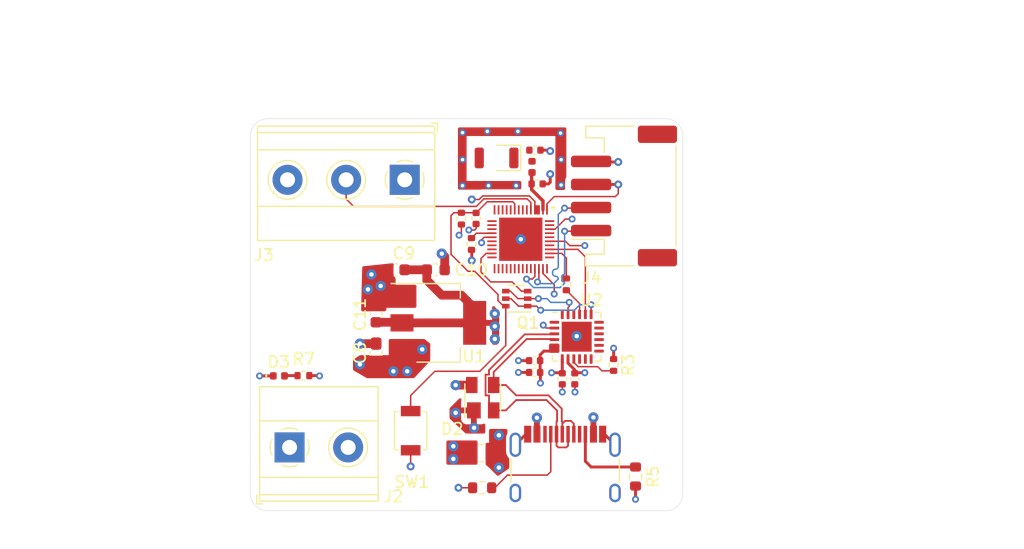
<source format=kicad_pcb>
(kicad_pcb (version 20211014) (generator pcbnew)
  (layers (0 "F.Cu" signal "Front") (1 "In1.Cu" power) (2 "In2.Cu" power) (31 "B.Cu" signal "Back") (34 "B.Paste" user) (35 "F.Paste" user) (36 "B.SilkS" user "B.Silkscreen") (37 "F.SilkS" user "F.Silkscreen") (38 "B.Mask" user) (39 "F.Mask" user) (44 "Edge.Cuts" user))
  (net 0 "")
  (net 1 "Net-(A1-Pad1)")
  (net 3 "GND")
  (net 4 "/ESP32-U4WDH/ANTENNA")
  (net 5 "EN")
  (net 6 "+3.3VA")
  (net 7 "HIGH_POWER_5V")
  (net 8 "D-")
  (net 9 "D+")
  (net 10 "Net-(D3-Pad2)")
  (net 11 "GPIO36")
  (net 23 "Net-(IC1-Pad18)")
  (net 27 "GPIO0")
  (net 39 "SCL")
  (net 40 "SDA")
  (net 43 "U0RXD")
  (net 44 "U0TXD")
  (net 50 "Net-(J1-PadB5)")
  (net 52 "Net-(J1-PadA5)")
  (net 54 "/USB to UART /RTS")
  (net 55 "/USB to UART /DTR")
  (net 56 "Net-(R3-Pad2)")
  (net 57 "Net-(R4-Pad1)")
  (net 70 "Net-(J1-PadA4)")
  (footprint "TerminalBlock_Phoenix:TerminalBlock_Phoenix_MKDS-1,5-2-5.08_1x02_P5.08mm_Horizontal" (layer "F.Cu") (at 121.4 102.5)
    (fp_text reference "J2")
    (fp_text value "Screw_Terminal_01x02")
  )
  (footprint "Capacitor_SMD:C_0402_1005Metric" (layer "F.Cu") (at 142.675 76.725)
    (fp_text reference "C1" hide)
    (fp_text value "8pF")
  )
  (footprint "Capacitor_SMD:C_0402_1005Metric" (layer "F.Cu") (at 146.13 96.55 -90)
    (fp_text reference "C5" hide)
    (fp_text value "4.7uF")
  )
  (footprint "RF_Antenna:YAGEO_ANT3216LL00R2400A" (layer "F.Cu") (at 139.35 77.4 180)
    (fp_text reference "A1" hide)
    (fp_text value "YAGEO_ANT3216LL00R2400A")
  )
  (footprint "Package_DFN_QFN:QFN-24-1EP_4x4mm_P0.5mm_EP2.6x2.6mm" (layer "F.Cu") (at 146.3 92.9)
    (fp_text reference "U2")
    (fp_text value "CP2102N-Axx-xQFN24")
  )
  (footprint "Button_Switch_SMD:SW_SPST_B3U-1000P" (layer "F.Cu") (at 131.9 101.05 -90)
    (fp_text reference "SW1")
    (fp_text value "SW_Push")
  )
  (footprint "Capacitor_SMD:C_0603_1608Metric" (layer "F.Cu") (at 130.598933 87.1 180)
    (fp_text reference "C9")
    (fp_text value "10uF")
  )
  (footprint "Package_TO_SOT_SMD:SOT-223-3_TabPin2" (layer "F.Cu") (at 134.3 91.7)
    (fp_text reference "U1")
    (fp_text value "AMS1117-3.3")
  )
  (footprint "Package_TO_SOT_SMD:SOT-143" (layer "F.Cu") (at 138.15 98.19 90)
    (fp_text reference "D2")
    (fp_text value "SP0503BAHT")
  )
  (footprint "Resistor_SMD:R_0402_1005Metric" (layer "F.Cu") (at 136.298933 82.661059 90)
    (fp_text reference "R1" hide)
    (fp_text value "10K")
  )
  (footprint "Resistor_SMD:R_0805_2012Metric_Pad1.20x1.40mm_HandSolder" (layer "F.Cu") (at 138 103 180)
    (fp_text reference "R8" hide)
    (fp_text value "0R")
  )
  (footprint "Connector_JST:JST_PH_S4B-PH-SM4-TB_1x04-1MP_P2.00mm_Horizontal" (layer "F.Cu") (at 150.4 80.7 90)
    (fp_text reference "J4")
    (fp_text value "JST-PH-4")
  )
  (footprint "Capacitor_SMD:C_0402_1005Metric" (layer "F.Cu") (at 137.573933 82.646059 -90)
    (fp_text reference "C3" hide)
    (fp_text value "10uF")
  )
  (footprint "Connector_USB:USB_C_Receptacle_HRO_TYPE-C-31-M-12" (layer "F.Cu") (at 145.3 105.4)
    (fp_text reference "J1" hide)
    (fp_text value "USB_C_Receptacle_USB2.0")
  )
  (footprint "Resistor_SMD:R_0402_1005Metric" (layer "F.Cu") (at 137.175 84.86 -90)
    (fp_text reference "R2" hide)
    (fp_text value "10K(5%)")
  )
  (footprint "MountingHole:MountingHole_3.2mm_M3_DIN965" (layer "F.Cu") (at 152 91)
    (fp_text reference "H2" hide)
    (fp_text value "MountingHole")
  )
  (footprint "ESP32-U4WDH:QFN35P500X500X90-49N-D" (layer "F.Cu") (at 141.448933 84.451059 -90)
    (fp_text reference "IC1" hide)
    (fp_text value "ESP32-U4WDH" hide)
  )
  (footprint "Capacitor_SMD:C_0603_1608Metric" (layer "F.Cu") (at 134.075 87.1)
    (fp_text reference "C10")
    (fp_text value "10uF/6.3V(10%)")
  )
  (footprint "Capacitor_SMD:C_0603_1608Metric_Pad1.08x0.95mm_HandSolder" (layer "F.Cu") (at 128.9 94.3625 90)
    (fp_text reference "C8")
    (fp_text value "10uF")
  )
  (footprint "Resistor_SMD:R_0603_1608Metric" (layer "F.Cu") (at 138.1 106 180)
    (fp_text reference "R6" hide)
    (fp_text value "5.11K")
  )
  (footprint "Capacitor_SMD:C_0402_1005Metric" (layer "F.Cu") (at 145.05 96.55 -90)
    (fp_text reference "C4" hide)
    (fp_text value "4.7uF")
  )
  (footprint "Capacitor_SMD:C_0402_1005Metric" (layer "F.Cu") (at 142.65 94.975 180)
    (fp_text reference "C7" hide)
    (fp_text value "0.1uF")
  )
  (footprint "Resistor_SMD:R_0603_1608Metric" (layer "F.Cu") (at 151.4 105.025 -90)
    (fp_text reference "R5")
    (fp_text value "5.11K")
  )
  (footprint "Capacitor_SMD:C_0402_1005Metric" (layer "F.Cu") (at 142.65 96 180)
    (fp_text reference "C6" hide)
    (fp_text value "0.1uF")
  )
  (footprint "Resistor_SMD:R_0402_1005Metric" (layer "F.Cu") (at 122.6 96.275 180)
    (fp_text reference "R7")
    (fp_text value "200")
  )
  (footprint "Resistor_SMD:R_0402_1005Metric" (layer "F.Cu") (at 149.5 95.35 -90)
    (fp_text reference "R3")
    (fp_text value "2K")
  )
  (footprint "Inductor_SMD:L_0402_1005Metric" (layer "F.Cu") (at 142.425 78.175 -90)
    (fp_text reference "L1" hide)
    (fp_text value "1nH")
  )
  (footprint "Capacitor_SMD:C_0603_1608Metric" (layer "F.Cu") (at 128.9 90.875 90)
    (fp_text reference "C11")
    (fp_text value "0.1uF/25V(10%)")
  )
  (footprint "TerminalBlock_Phoenix:TerminalBlock_Phoenix_MKDS-1,5-3-5.08_1x03_P5.08mm_Horizontal" (layer "F.Cu") (at 131.385 79.295 180)
    (fp_text reference "J3")
    (fp_text value "Screw_Terminal_01x03")
  )
  (footprint "Resistor_SMD:R_0402_1005Metric" (layer "F.Cu") (at 145.4 88.36 90)
    (fp_text reference "R4" hide)
    (fp_text value "499R(1%)")
  )
  (footprint "MountingHole:MountingHole_3.2mm_M3_DIN965" (layer "F.Cu") (at 121.5 90.9)
    (fp_text reference "H1" hide)
    (fp_text value "MountingHole")
  )
  (footprint "LED_SMD:LED_0402_1005Metric" (layer "F.Cu") (at 120.475 96.3)
    (fp_text reference "D3")
    (fp_text value "LED")
  )
  (footprint "Capacitor_SMD:C_0402_1005Metric" (layer "F.Cu") (at 142.87 79.65)
    (fp_text reference "C2" hide)
    (fp_text value "10pF")
  )
  (footprint "Package_TO_SOT_SMD:SOT-363_SC-70-6" (layer "F.Cu") (at 141.1 89.6 180)
    (fp_text reference "Q1")
    (fp_text value "MUN5211DW1")
  )
  (gr_arc (start 154 74) (mid 155.06066 74.43934) (end 155.5 75.5) (layer "Edge.Cuts") (width 0.0381))
  (gr_line (start 118 75.5) (end 118 106.5) (layer "Edge.Cuts") (width 0.0381))
  (gr_line (start 119.5 74) (end 154 74) (layer "Edge.Cuts") (width 0.0381))
  (gr_arc (start 155.5 106.5) (mid 155.06066 107.56066) (end 154 108) (layer "Edge.Cuts") (width 0.0381))
  (gr_arc (start 119.5 108) (mid 118.43934 107.56066) (end 118 106.5) (layer "Edge.Cuts") (width 0.0381))
  (gr_arc (start 118 75.5) (mid 118.43934 74.43934) (end 119.5 74) (layer "Edge.Cuts") (width 0.0381))
  (gr_line (start 119.5 108) (end 154 108) (layer "Edge.Cuts") (width 0.0381))
  (gr_line (start 155.5 106.5) (end 155.5 75.5) (layer "Edge.Cuts") (width 0.0381))
  (segment (start 142.2 76.75) (end 142.22 76.77) (width 0.29337) (layer "F.Cu") (net 1))
  (segment (start 137.2 85.395) (end 137.175 85.37) (width 0.254) (layer "F.Cu") (net 3))
  (segment (start 143.925 76.725) (end 144 76.8) (width 0.261112) (layer "F.Cu") (net 3))
  (segment (start 137.45 83.65) (end 136.95 83.65) (width 0.127) (layer "F.Cu") (net 3))
  (segment (start 148.705 101.355) (end 149.62 102.27) (width 0.254) (layer "F.Cu") (net 3))
  (segment (start 141.449992 84.45) (end 141.448933 84.451059) (width 0.127) (layer "F.Cu") (net 3))
  (segment (start 137.2 86.3) (end 137.2 85.395) (width 0.254) (layer "F.Cu") (net 3))
  (segment (start 142.05 101.355) (end 141.895 101.355) (width 0.254) (layer "F.Cu") (net 3))
  (segment (start 143.65 92.15) (end 144.3625 92.15) (width 0.127) (layer "F.Cu") (net 3))
  (segment (start 141.25 96) (end 142.17 96) (width 0.254) (layer "F.Cu") (net 3))
  (segment (start 144 78.8) (end 144 79.5) (width 0.261112) (layer "F.Cu") (net 3))
  (segment (start 143.155 76.725) (end 143.925 76.725) (width 0.261112) (layer "F.Cu") (net 3))
  (segment (start 134.85 87.1) (end 134.85 85.95) (width 0.762) (layer "F.Cu") (net 3))
  (segment (start 136.05 106) (end 137.275 106) (width 0.127) (layer "F.Cu") (net 3))
  (segment (start 149.9 77.75) (end 147.6 77.75) (width 0.254) (layer "F.Cu") (net 3))
  (segment (start 148.55 101.355) (end 148.705 101.355) (width 0.254) (layer "F.Cu") (net 3))
  (segment (start 137.573933 83.526067) (end 137.573933 83.126059) (width 0.127) (layer "F.Cu") (net 3))
  (segment (start 146.3 92.85) (end 146.3 92.9) (width 0.127) (layer "F.Cu") (net 3))
  (segment (start 144 79.5) (end 143.85 79.65) (width 0.261112) (layer "F.Cu") (net 3))
  (segment (start 134.85 85.95) (end 134.6 85.7) (width 0.762) (layer "F.Cu") (net 3))
  (segment (start 143.85 79.65) (end 143.35 79.65) (width 0.261112) (layer "F.Cu") (net 3))
  (segment (start 141.25 94.975) (end 142.17 94.975) (width 0.254) (layer "F.Cu") (net 3))
  (segment (start 147.6 77.75) (end 147.55 77.7) (width 0.254) (layer "F.Cu") (net 3))
  (segment (start 151.4 107) (end 151.4 105.85) (width 0.254) (layer "F.Cu") (net 3))
  (segment (start 141.895 101.355) (end 140.98 102.27) (width 0.254) (layer "F.Cu") (net 3))
  (segment (start 119.99 96.3) (end 118.8 96.3) (width 0.254) (layer "F.Cu") (net 3))
  (segment (start 137.573933 83.526067) (end 137.45 83.65) (width 0.127) (layer "F.Cu") (net 3))
  (segment (start 146.15 97.7) (end 146.15 97.05) (width 0.127) (layer "F.Cu") (net 3))
  (segment (start 146.15 97.05) (end 146.13 97.03) (width 0.127) (layer "F.Cu") (net 3))
  (segment (start 145.05 97.7) (end 145.05 97.03) (width 0.127) (layer "F.Cu") (net 3))
  (segment (start 141.45 84.45) (end 141.449992 84.45) (width 0.127) (layer "F.Cu") (net 3))
  (segment (start 128.9 93.5) (end 127.5 93.5) (width 0.762) (layer "F.Cu") (net 3))
  (segment (start 131.9 104.15) (end 131.9 102.75) (width 0.127) (layer "F.Cu") (net 3))
  (segment (start 143.4 91.9) (end 143.65 92.15) (width 0.127) (layer "F.Cu") (net 3))
  (via (at 129.3 88.5) (size 0.889) (drill 0.381) (layers "F.Cu" "B.Cu") (net 3))
  (via (at 128.5 87.5) (size 0.889) (drill 0.381) (layers "F.Cu" "B.Cu") (net 3))
  (via (at 128.2 88.8) (size 0.889) (drill 0.381) (layers "F.Cu" "B.Cu") (net 3))
  (via (at 118.8 96.3) (size 0.6) (drill 0.3) (layers "F.Cu" "B.Cu") (net 3))
  (via (at 138.55 75.1) (size 0.6) (drill 0.3) (layers "F.Cu" "B.Cu") (net 3))
  (via (at 137.4 100.8) (size 0.889) (drill 0.381) (layers "F.Cu" "B.Cu") (net 3))
  (via (at 146.3 92.85) (size 0.889) (drill 0.381) (layers "F.Cu" "B.Cu") (net 3))
  (via (at 131.9 104.15) (size 0.6858) (drill 0.3302) (layers "F.Cu" "B.Cu") (net 3))
  (via (at 141.45 84.45) (size 0.889) (drill 0.381) (layers "F.Cu" "B.Cu") (net 3))
  (via (at 145.05 97.7) (size 0.6) (drill 0.3) (layers "F.Cu" "B.Cu") (net 3))
  (via (at 136.95 83.65) (size 0.6) (drill 0.3) (layers "F.Cu" "B.Cu") (net 3))
  (via (at 138.65 79.8) (size 0.6) (drill 0.3) (layers "F.Cu" "B.Cu") (net 3))
  (via (at 136.4 77.55) (size 0.6) (drill 0.3) (layers "F.Cu" "B.Cu") (net 3))
  (via (at 144.9 75.25) (size 0.6) (drill 0.3) (layers "F.Cu" "B.Cu") (net 3))
  (via (at 144 76.8) (size 0.6858) (drill 0.3302) (layers "F.Cu" "B.Cu") (net 3))
  (via (at 141.25 94.975) (size 0.6) (drill 0.3) (layers "F.Cu" "B.Cu") (net 3))
  (via (at 144.95 79.75) (size 0.6) (drill 0.3) (layers "F.Cu" "B.Cu") (net 3))
  (via (at 143.4 91.9) (size 0.6) (drill 0.3) (layers "F.Cu" "B.Cu") (net 3))
  (via (at 149.9 77.75) (size 0.6858) (drill 0.3302) (layers "F.Cu" "B.Cu") (net 3))
  (via (at 134.6 85.7) (size 0.889) (drill 0.381) (layers "F.Cu" "B.Cu") (net 3))
  (via (at 127.5 93.5) (size 0.889) (drill 0.381) (layers "F.Cu" "B.Cu") (net 3))
  (via (at 137.2 86.3) (size 0.6858) (drill 0.3302) (layers "F.Cu" "B.Cu") (net 3))
  (via (at 135.8 99.5) (size 0.889) (drill 0.381) (layers "F.Cu" "B.Cu") (net 3))
  (via (at 144.95 77.55) (size 0.6) (drill 0.3) (layers "F.Cu" "B.Cu") (net 3))
  (via (at 141.2 75.1) (size 0.6) (drill 0.3) (layers "F.Cu" "B.Cu") (net 3))
  (via (at 144 78.8) (size 0.6858) (drill 0.3302) (layers "F.Cu" "B.Cu") (net 3))
  (via (at 146.15 97.7) (size 0.6) (drill 0.3) (layers "F.Cu" "B.Cu") (net 3))
  (via (at 136.05 106) (size 0.6858) (drill 0.3302) (layers "F.Cu" "B.Cu") (net 3))
  (via (at 141.05 79.8) (size 0.6) (drill 0.3) (layers "F.Cu" "B.Cu") (net 3))
  (via (at 136.4 79.8) (size 0.6) (drill 0.3) (layers "F.Cu" "B.Cu") (net 3))
  (via (at 151.4 107) (size 0.6) (drill 0.3) (layers "F.Cu" "B.Cu") (net 3))
  (via (at 141.25 96) (size 0.6) (drill 0.3) (layers "F.Cu" "B.Cu") (net 3))
  (via (at 136.4 75.2) (size 0.6) (drill 0.3) (layers "F.Cu" "B.Cu") (net 3))
  (segment (start 142.39 78.695) (end 142.425 78.66) (width 0.29337) (layer "F.Cu") (net 4))
  (segment (start 142.39 79.65) (end 142.39 80.14) (width 0.29337) (layer "F.Cu") (net 4))
  (segment (start 142.39 80.14) (end 143.373933 81.123933) (width 0.29337) (layer "F.Cu") (net 4))
  (segment (start 143.373933 81.123933) (end 143.373933 81.901059) (width 0.29337) (layer "F.Cu") (net 4))
  (segment (start 142.39 79.65) (end 142.39 78.695) (width 0.29337) (layer "F.Cu") (net 4))
  (segment (start 137.573933 82.166059) (end 138.539992 81.2) (width 0.127) (layer "F.Cu") (net 5))
  (segment (start 131.9 98) (end 134 95.9) (width 0.127) (layer "F.Cu") (net 5))
  (segment (start 135.4 82.4) (end 135.4 85.755022) (width 0.127) (layer "F.Cu") (net 5))
  (segment (start 131.9 99.35) (end 131.9 98) (width 0.127) (layer "F.Cu") (net 5))
  (segment (start 136.298933 82.151059) (end 137.558933 82.151059) (width 0.127) (layer "F.Cu") (net 5))
  (segment (start 135.648941 82.151059) (end 135.4 82.4) (width 0.127) (layer "F.Cu") (net 5))
  (segment (start 137.558933 82.151059) (end 137.573933 82.166059) (width 0.127) (layer "F.Cu") (net 5))
  (segment (start 139.894978 90.25) (end 140.15 90.25) (width 0.127) (layer "F.Cu") (net 5))
  (segment (start 137.45 87.225) (end 139.475 89.25) (width 0.127) (layer "F.Cu") (net 5))
  (segment (start 136.869978 87.225) (end 137.45 87.225) (width 0.127) (layer "F.Cu") (net 5))
  (segment (start 140.75 81.2) (end 140.923933 81.373933) (width 0.127) (layer "F.Cu") (net 5))
  (segment (start 140.15 93.65) (end 140.15 90.25) (width 0.127) (layer "F.Cu") (net 5))
  (segment (start 136.298933 82.151059) (end 135.648941 82.151059) (width 0.127) (layer "F.Cu") (net 5))
  (segment (start 135.4 85.755022) (end 136.869978 87.225) (width 0.127) (layer "F.Cu") (net 5))
  (segment (start 140.923933 81.373933) (end 140.923933 81.901059) (width 0.127) (layer "F.Cu") (net 5))
  (segment (start 137.9 95.9) (end 140.15 93.65) (width 0.127) (layer "F.Cu") (net 5))
  (segment (start 139.475 89.25) (end 139.475 89.775) (width 0.127) (layer "F.Cu") (net 5))
  (segment (start 138.539992 81.2) (end 140.75 81.2) (width 0.127) (layer "F.Cu") (net 5))
  (segment (start 134 95.9) (end 137.9 95.9) (width 0.127) (layer "F.Cu") (net 5))
  (segment (start 139.475 89.775) (end 139.95 90.25) (width 0.127) (layer "F.Cu") (net 5))
  (segment (start 136.298933 83.901067) (end 136.1 84.1) (width 0.127) (layer "F.Cu") (net 6))
  (segment (start 137.45 90.45) (end 136.3 89.3) (width 0.762) (layer "F.Cu") (net 6))
  (segment (start 131.1 91.65) (end 131.15 91.7) (width 0.762) (layer "F.Cu") (net 6))
  (segment (start 142.19296 80.69296) (end 142.673933 81.173933) (width 0.127) (layer "F.Cu") (net 6))
  (segment (start 143.15 96.02) (end 143.13 96) (width 0.254) (layer "F.Cu") (net 6))
  (segment (start 145.3 82.7) (end 145.9 82.7) (width 0.127) (layer "F.Cu") (net 6))
  (segment (start 143.723933 81.376067) (end 144.35 80.75) (width 0.127) (layer "F.Cu") (net 6))
  (segment (start 143.948933 84.626059) (end 145.326059 84.626059) (width 0.127) (layer "F.Cu") (net 6))
  (segment (start 145.55 95.196919) (end 145.55 94.8375) (width 0.254) (layer "F.Cu") (net 6))
  (segment (start 128.9 91.65) (end 131.1 91.65) (width 0.762) (layer "F.Cu") (net 6))
  (segment (start 143.948933 83.576059) (end 144.423941 83.576059) (width 0.127) (layer "F.Cu") (net 6))
  (segment (start 145.005 96.025) (end 145.05 96.07) (width 0.254) (layer "F.Cu") (net 6))
  (segment (start 143.723933 81.901059) (end 143.723933 81.376067) (width 0.127) (layer "F.Cu") (net 6))
  (segment (start 137.2 81) (end 137.841468 81) (width 0.127) (layer "F.Cu") (net 6))
  (segment (start 144.35 80.75) (end 149.65 80.75) (width 0.127) (layer "F.Cu") (net 6))
  (segment (start 144.125 96.025) (end 145.005 96.025) (width 0.254) (layer "F.Cu") (net 6))
  (segment (start 138.05 84.5) (end 138.273941 84.276059) (width 0.127) (layer "F.Cu") (net 6))
  (segment (start 143.15 96.925) (end 143.15 96.02) (width 0.254) (layer "F.Cu") (net 6))
  (segment (start 149.5 94.84) (end 149.5 93.9) (width 0.254) (layer "F.Cu") (net 6))
  (segment (start 145.326059 84.626059) (end 145.7 85) (width 0.127) (layer "F.Cu") (net 6))
  (segment (start 149.9 79.7) (end 147.55 79.7) (width 0.254) (layer "F.Cu") (net 6))
  (segment (start 133.3 87.1) (end 131.373933 87.1) (width 0.762) (layer "F.Cu") (net 6))
  (segment (start 133.3 88) (end 133.3 87.1) (width 0.762) (layer "F.Cu") (net 6))
  (segment (start 146.13 96.07) (end 146.13 95.776919) (width 0.254) (layer "F.Cu") (net 6))
  (segment (start 144.423941 83.576059) (end 145.3 82.7) (width 0.127) (layer "F.Cu") (net 6))
  (segment (start 138.273941 84.276059) (end 138.948933 84.276059) (width 0.127) (layer "F.Cu") (net 6))
  (segment (start 144.35 89.2) (end 144.35 88.4) (width 0.127) (layer "F.Cu") (net 6))
  (segment (start 144.35 88.4) (end 143.373933 87.423933) (width 0.127) (layer "F.Cu") (net 6))
  (segment (start 138.148509 80.69296) (end 142.19296 80.69296) (width 0.127) (layer "F.Cu") (net 6))
  (segment (start 143.45 94.15) (end 144.3625 94.15) (width 0.254) (layer "F.Cu") (net 6))
  (segment (start 145.05 94.8375) (end 145.05 96.07) (width 0.254) (layer "F.Cu") (net 6))
  (segment (start 143.13 94.975) (end 143.13 94.47) (width 0.254) (layer "F.Cu") (net 6))
  (segment (start 134.6 89.3) (end 133.3 88) (width 0.762) (layer "F.Cu") (net 6))
  (segment (start 137.45 91.7) (end 137.45 90.45) (width 0.762) (layer "F.Cu") (net 6))
  (segment (start 146.13 95.776919) (end 145.55 95.196919) (width 0.254) (layer "F.Cu") (net 6))
  (segment (start 145.7 85) (end 147 85) (width 0.127) (layer "F.Cu") (net 6))
  (segment (start 143.373933 87.423933) (end 143.373933 87.001059) (width 0.127) (layer "F.Cu") (net 6))
  (segment (start 137.841468 81) (end 138.148509 80.69296) (width 0.127) (layer "F.Cu") (net 6))
  (segment (start 142.673933 81.173933) (end 142.673933 81.901059) (width 0.127) (layer "F.Cu") (net 6))
  (segment (start 149.65 80.75) (end 149.9 80.5) (width 0.127) (layer "F.Cu") (net 6))
  (segment (start 143.13 94.975) (end 143.13 96) (width 0.254) (layer "F.Cu") (net 6))
  (segment (start 143.13 94.47) (end 143.45 94.15) (width 0.254) (layer "F.Cu") (net 6))
  (segment (start 149.9 80.5) (end 149.9 79.7) (width 0.127) (layer "F.Cu") (net 6))
  (segment (start 146.175 96.025) (end 146.13 96.07) (width 0.254) (layer "F.Cu") (net 6))
  (segment (start 147 96.025) (end 146.175 96.025) (width 0.254) (layer "F.Cu") (net 6))
  (segment (start 137.45 91.7) (end 131.15 91.7) (width 0.762) (layer "F.Cu") (net 6))
  (segment (start 138.05 84.75) (end 138.05 84.5) (width 0.127) (layer "F.Cu") (net 6))
  (segment (start 136.3 89.3) (end 134.6 89.3) (width 0.762) (layer "F.Cu") (net 6))
  (segment (start 136.298933 83.171059) (end 136.298933 83.901067) (width 0.127) (layer "F.Cu") (net 6))
  (via (at 139.2 92) (size 0.889) (drill 0.381) (layers "F.Cu" "B.Cu") (net 6))
  (via (at 145.9 82.7) (size 0.6) (drill 0.3) (layers "F.Cu" "B.Cu") (net 6))
  (via (at 136.1 84.1) (size 0.6) (drill 0.3) (layers "F.Cu" "B.Cu") (net 6))
  (via (at 144.35 89.2) (size 0.6) (drill 0.3) (layers "F.Cu" "B.Cu") (net 6))
  (via (at 143.15 96.925) (size 0.6) (drill 0.3) (layers "F.Cu" "B.Cu") (net 6))
  (via (at 149.5 93.9) (size 0.6) (drill 0.3) (layers "F.Cu" "B.Cu") (net 6))
  (via (at 137.2 81) (size 0.6858) (drill 0.3302) (layers "F.Cu" "B.Cu") (net 6))
  (via (at 139.2 93.1) (size 0.889) (drill 0.381) (layers "F.Cu" "B.Cu") (net 6))
  (via (at 147 85) (size 0.6) (drill 0.3) (layers "F.Cu" "B.Cu") (net 6))
  (via (at 147 96.025) (size 0.6) (drill 0.3) (layers "F.Cu" "B.Cu") (net 6))
  (via (at 149.9 79.7) (size 0.6858) (drill 0.3302) (layers "F.Cu" "B.Cu") (net 6))
  (via (at 144.125 96.025) (size 0.6) (drill 0.3) (layers "F.Cu" "B.Cu") (net 6))
  (via (at 139.2 90.9) (size 0.889) (drill 0.381) (layers "F.Cu" "B.Cu") (net 6))
  (via (at 138.05 84.75) (size 0.6) (drill 0.3) (layers "F.Cu" "B.Cu") (net 6))
  (segment (start 135.8 97.1) (end 137.19 97.1) (width 0.762) (layer "F.Cu") (net 7))
  (segment (start 137.19 97.1) (end 137.2 97.09) (width 0.762) (layer "F.Cu") (net 7))
  (segment (start 123.11 96.275) (end 123.975 96.275) (width 0.254) (layer "F.Cu") (net 7))
  (segment (start 123.975 96.275) (end 124 96.3) (width 0.254) (layer "F.Cu") (net 7))
  (via (at 132.9 94) (size 0.889) (drill 0.381) (layers "F.Cu" "B.Cu") (net 7))
  (via (at 127.5 95.3) (size 0.889) (drill 0.381) (layers "F.Cu" "B.Cu") (net 7))
  (via (at 131.6 95.9) (size 0.889) (drill 0.381) (layers "F.Cu" "B.Cu") (net 7))
  (via (at 135.6 102.4) (size 0.889) (drill 0.381) (layers "F.Cu" "B.Cu") (net 7))
  (via (at 135.8 97.1) (size 0.889) (drill 0.381) (layers "F.Cu" "B.Cu") (net 7))
  (via (at 135.6 103.5) (size 0.889) (drill 0.381) (layers "F.Cu" "B.Cu") (net 7))
  (via (at 124 96.3) (size 0.6) (drill 0.3) (layers "F.Cu" "B.Cu") (net 7))
  (via (at 130.4 95.9) (size 0.889) (drill 0.381) (layers "F.Cu" "B.Cu") (net 7))
  (segment (start 140.150001 97.09) (end 141.046801 97.9868) (width 0.1524) (layer "F.Cu") (net 8))
  (segment (start 145.05 100.45) (end 145.3 100.2) (width 0.1524) (layer "F.Cu") (net 8))
  (segment (start 141.959169 93.103201) (end 139.1 95.96237) (width 0.1524) (layer "F.Cu") (net 8))
  (segment (start 146.05 100.45) (end 146.05 101.355) (width 0.1524) (layer "F.Cu") (net 8))
  (segment (start 139.1 97.09) (end 140.150001 97.09) (width 0.1524) (layer "F.Cu") (net 8))
  (segment (start 145.8 100.2) (end 146.05 100.45) (width 0.1524) (layer "F.Cu") (net 8))
  (segment (start 144.3625 93.15) (end 144.315701 93.103201) (width 0.1524) (layer "F.Cu") (net 8))
  (segment (start 143.84917 97.9868) (end 145.0032 99.14083) (width 0.1524) (layer "F.Cu") (net 8))
  (segment (start 145.3 100.2) (end 145.8 100.2) (width 0.1524) (layer "F.Cu") (net 8))
  (segment (start 145.0032 99.14083) (end 145.0032 100.220699) (width 0.1524) (layer "F.Cu") (net 8))
  (segment (start 144.315701 93.103201) (end 141.959169 93.103201) (width 0.1524) (layer "F.Cu") (net 8))
  (segment (start 145.0032 100.220699) (end 145.05 100.267499) (width 0.1524) (layer "F.Cu") (net 8))
  (segment (start 139.1 95.96237) (end 139.1 97.09) (width 0.1524) (layer "F.Cu") (net 8))
  (segment (start 141.046801 97.9868) (end 143.84917 97.9868) (width 0.1524) (layer "F.Cu") (net 8))
  (segment (start 145.05 100.267499) (end 145.05 101.355) (width 0.1524) (layer "F.Cu") (net 8))
  (segment (start 145.4 102.5) (end 145.55 102.35) (width 0.1524) (layer "F.Cu") (net 9))
  (segment (start 138.6936 95.79403) (end 138.6936 96.187289) (width 0.1524) (layer "F.Cu") (net 9))
  (segment (start 144.5968 100.220699) (end 144.55 100.267499) (width 0.1524) (layer "F.Cu") (net 9))
  (segment (start 144.55 102.35) (end 144.7 102.5) (width 0.1524) (layer "F.Cu") (net 9))
  (segment (start 138.397289 96.187289) (end 138.397289 97.992711) (width 0.1524) (layer "F.Cu") (net 9))
  (segment (start 141.046801 98.3932) (end 143.68083 98.3932) (width 0.1524) (layer "F.Cu") (net 9))
  (segment (start 144.315701 92.696799) (end 141.790831 92.696799) (width 0.1524) (layer "F.Cu") (net 9))
  (segment (start 138.6936 97.992711) (end 138.6936 98.8836) (width 0.1524) (layer "F.Cu") (net 9))
  (segment (start 138.397289 97.992711) (end 138.6936 97.992711) (width 0.1524) (layer "F.Cu") (net 9))
  (segment (start 138.6936 98.8836) (end 139.1 99.29) (width 0.1524) (layer "F.Cu") (net 9))
  (segment (start 144.7 102.5) (end 145.4 102.5) (width 0.1524) (layer "F.Cu") (net 9))
  (segment (start 144.55 101.355) (end 144.55 102.35) (width 0.1524) (layer "F.Cu") (net 9))
  (segment (start 144.5968 99.30917) (end 144.5968 100.220699) (width 0.1524) (layer "F.Cu") (net 9))
  (segment (start 141.790831 92.696799) (end 138.6936 95.79403) (width 0.1524) (layer "F.Cu") (net 9))
  (segment (start 138.6936 96.187289) (end 138.397289 96.187289) (width 0.1524) (layer "F.Cu") (net 9))
  (segment (start 140.150001 99.29) (end 141.046801 98.3932) (width 0.1524) (layer "F.Cu") (net 9))
  (segment (start 145.55 102.35) (end 145.55 101.355) (width 0.1524) (layer "F.Cu") (net 9))
  (segment (start 143.68083 98.3932) (end 144.5968 99.30917) (width 0.1524) (layer "F.Cu") (net 9))
  (segment (start 144.3625 92.65) (end 144.315701 92.696799) (width 0.1524) (layer "F.Cu") (net 9))
  (segment (start 144.55 100.267499) (end 144.55 101.355) (width 0.1524) (layer "F.Cu") (net 9))
  (segment (start 139.1 99.29) (end 140.150001 99.29) (width 0.1524) (layer "F.Cu") (net 9))
  (segment (start 122.09 96.275) (end 120.985 96.275) (width 0.254) (layer "F.Cu") (net 10))
  (segment (start 120.985 96.275) (end 120.96 96.3) (width 0.254) (layer "F.Cu") (net 10))
  (segment (start 137.6 81.6) (end 138.25352 80.94648) (width 0.127) (layer "F.Cu") (net 11))
  (segment (start 142.323933 81.273933) (end 142.323933 81.901059) (width 0.127) (layer "F.Cu") (net 11))
  (segment (start 138.25352 80.94648) (end 141.99648 80.94648) (width 0.127) (layer "F.Cu") (net 11))
  (segment (start 126.305 79.295) (end 126.305 80.955) (width 0.127) (layer "F.Cu") (net 11))
  (segment (start 141.99648 80.94648) (end 142.323933 81.273933) (width 0.127) (layer "F.Cu") (net 11))
  (segment (start 126.95 81.6) (end 137.6 81.6) (width 0.127) (layer "F.Cu") (net 11))
  (segment (start 126.305 80.955) (end 126.95 81.6) (width 0.127) (layer "F.Cu") (net 11))
  (segment (start 137.598941 83.926059) (end 138.948933 83.926059) (width 0.127) (layer "F.Cu") (net 23))
  (segment (start 137.175 84.35) (end 137.598941 83.926059) (width 0.127) (layer "F.Cu") (net 23))
  (segment (start 138 86.11997) (end 138.443911 85.676059) (width 0.127) (layer "F.Cu") (net 27))
  (segment (start 140.7 88.15) (end 138.85 88.15) (width 0.127) (layer "F.Cu") (net 27))
  (segment (start 141.5 88.95) (end 140.7 88.15) (width 0.127) (layer "F.Cu") (net 27))
  (segment (start 142.05 88.95) (end 141.5 88.95) (width 0.127) (layer "F.Cu") (net 27))
  (segment (start 138 87.3) (end 138 86.11997) (width 0.127) (layer "F.Cu") (net 27))
  (segment (start 138.443911 85.676059) (end 138.948933 85.676059) (width 0.127) (layer "F.Cu") (net 27))
  (segment (start 138.85 88.15) (end 138 87.3) (width 0.127) (layer "F.Cu") (net 27))
  (segment (start 141.95 87.9) (end 142.45 87.9) (width 0.127) (layer "F.Cu") (net 39))
  (segment (start 147.5 83.75) (end 147.55 83.7) (width 0.127) (layer "F.Cu") (net 39))
  (segment (start 142.45 87.9) (end 142.673933 87.676067) (width 0.127) (layer "F.Cu") (net 39))
  (segment (start 142.673933 87.676067) (end 142.673933 87.001059) (width 0.127) (layer "F.Cu") (net 39))
  (segment (start 145.25 83.75) (end 147.5 83.75) (width 0.127) (layer "F.Cu") (net 39))
  (via (at 145.25 83.75) (size 0.6) (drill 0.3) (layers "F.Cu" "B.Cu") (net 39))
  (via (at 141.95 87.9) (size 0.6) (drill 0.3) (layers "F.Cu" "B.Cu") (net 39))
  (segment (start 144.859989 88.640011) (end 145.25 88.25) (width 0.127) (layer "B.Cu") (net 39))
  (segment (start 145.135374 88.135374) (end 145.135373 88.135374) (width 0.127) (layer "B.Cu") (net 39))
  (segment (start 142.565011 88.640011) (end 144.859989 88.640011) (width 0.127) (layer "B.Cu") (net 39))
  (segment (start 145.135373 87.535374) (end 145.135374 87.535374) (width 0.127) (layer "B.Cu") (net 39))
  (segment (start 141.95 88.025) (end 142.565011 88.640011) (width 0.127) (layer "B.Cu") (net 39))
  (segment (start 141.95 87.9) (end 141.95 88.025) (width 0.127) (layer "B.Cu") (net 39))
  (segment (start 145.020747 88.020748) (end 145.020747 87.65) (width 0.127) (layer "B.Cu") (net 39))
  (segment (start 145.25 87.420748) (end 145.25 83.75) (width 0.127) (layer "B.Cu") (net 39))
  (arc (start 145.25 88.25) (mid 145.216427 88.168947) (end 145.135374 88.135374) (width 0.127) (layer "B.Cu") (net 39))
  (arc (start 145.135374 87.535374) (mid 145.216427 87.501801) (end 145.25 87.420748) (width 0.127) (layer "B.Cu") (net 39))
  (arc (start 145.135373 88.135374) (mid 145.05432 88.101801) (end 145.020747 88.020748) (width 0.127) (layer "B.Cu") (net 39))
  (arc (start 145.020747 87.65) (mid 145.05432 87.568947) (end 145.135373 87.535374) (width 0.127) (layer "B.Cu") (net 39))
  (segment (start 145.25 81.75) (end 147.5 81.75) (width 0.127) (layer "F.Cu") (net 40))
  (segment (start 142.9 88.15) (end 143.025 88.025) (width 0.127) (layer "F.Cu") (net 40))
  (segment (start 143.023933 87.948933) (end 143.023933 87.001059) (width 0.127) (layer "F.Cu") (net 40))
  (segment (start 143.025 87.95) (end 143.023933 87.948933) (width 0.127) (layer "F.Cu") (net 40))
  (segment (start 147.5 81.75) (end 147.55 81.7) (width 0.127) (layer "F.Cu") (net 40))
  (segment (start 143.025 88.025) (end 143.025 87.95) (width 0.127) (layer "F.Cu") (net 40))
  (via (at 145.25 81.75) (size 0.6) (drill 0.3) (layers "F.Cu" "B.Cu") (net 40))
  (via (at 142.9 88.15) (size 0.6) (drill 0.3) (layers "F.Cu" "B.Cu") (net 40))
  (segment (start 143.05 88.3) (end 144.3 88.3) (width 0.127) (layer "B.Cu") (net 40))
  (segment (start 142.9 88.15) (end 143.05 88.3) (width 0.127) (layer "B.Cu") (net 40))
  (segment (start 144.453713 87.053714) (end 144.453714 87.053714) (width 0.127) (layer "B.Cu") (net 40))
  (segment (start 144.7 82.3) (end 145.25 81.75) (width 0.127) (layer "B.Cu") (net 40))
  (segment (start 144.207427 87.407428) (end 144.207427 87.3) (width 0.127) (layer "B.Cu") (net 40))
  (segment (start 144.3 88.3) (end 144.7 87.9) (width 0.127) (layer "B.Cu") (net 40))
  (segment (start 144.7 86.807428) (end 144.7 82.3) (width 0.127) (layer "B.Cu") (net 40))
  (segment (start 144.453714 87.653714) (end 144.453713 87.653714) (width 0.127) (layer "B.Cu") (net 40))
  (arc (start 144.453713 87.653714) (mid 144.279562 87.581579) (end 144.207427 87.407428) (width 0.127) (layer "B.Cu") (net 40))
  (arc (start 144.453714 87.053714) (mid 144.627865 86.981579) (end 144.7 86.807428) (width 0.127) (layer "B.Cu") (net 40))
  (arc (start 144.7 87.9) (mid 144.627865 87.725849) (end 144.453714 87.653714) (width 0.127) (layer "B.Cu") (net 40))
  (arc (start 144.207427 87.3) (mid 144.279562 87.125849) (end 144.453713 87.053714) (width 0.127) (layer "B.Cu") (net 40))
  (segment (start 145.001059 85.676059) (end 145.4 86.075) (width 0.127) (layer "F.Cu") (net 43))
  (segment (start 143.948933 85.676059) (end 145.001059 85.676059) (width 0.127) (layer "F.Cu") (net 43))
  (segment (start 145.4 86.075) (end 145.4 87.85) (width 0.127) (layer "F.Cu") (net 43))
  (segment (start 143.948933 85.326059) (end 146.401059 85.326059) (width 0.127) (layer "F.Cu") (net 44))
  (segment (start 146.401059 85.326059) (end 147.05 85.975) (width 0.127) (layer "F.Cu") (net 44))
  (segment (start 147.05 85.975) (end 147.05 90.9625) (width 0.127) (layer "F.Cu") (net 44))
  (segment (start 147.05 101.355) (end 147.05 103.7) (width 0.254) (layer "F.Cu") (net 50))
  (segment (start 147.05 103.7) (end 147.55 104.2) (width 0.254) (layer "F.Cu") (net 50))
  (segment (start 147.55 104.2) (end 151.4 104.2) (width 0.254) (layer "F.Cu") (net 50))
  (segment (start 138.925 106) (end 139.2 106) (width 0.127) (layer "F.Cu") (net 52))
  (segment (start 139.2 106) (end 140.3 104.9) (width 0.127) (layer "F.Cu") (net 52))
  (segment (start 140.3 104.9) (end 143.75 104.9) (width 0.127) (layer "F.Cu") (net 52))
  (segment (start 143.75 104.9) (end 144.05 104.6) (width 0.127) (layer "F.Cu") (net 52))
  (segment (start 144.05 104.6) (end 144.05 101.355) (width 0.127) (layer "F.Cu") (net 52))
  (segment (start 142.05 90.25) (end 142.825 90.25) (width 0.127) (layer "F.Cu") (net 54))
  (segment (start 147.55 90.9625) (end 147.55 90.125) (width 0.127) (layer "F.Cu") (net 54))
  (segment (start 140.15 89.6) (end 140.6 89.6) (width 0.127) (layer "F.Cu") (net 54))
  (segment (start 142.825 90.25) (end 143.175 90.6) (width 0.127) (layer "F.Cu") (net 54))
  (segment (start 141.25 90.25) (end 142.05 90.25) (width 0.127) (layer "F.Cu") (net 54))
  (segment (start 140.6 89.6) (end 141.25 90.25) (width 0.127) (layer "F.Cu") (net 54))
  (via (at 143.175 90.6) (size 0.6) (drill 0.3) (layers "F.Cu" "B.Cu") (net 54))
  (via (at 147.55 90.125) (size 0.6) (drill 0.3) (layers "F.Cu" "B.Cu") (net 54))
  (segment (start 146.1 90.6) (end 146.575 90.125) (width 0.127) (layer "B.Cu") (net 54))
  (segment (start 146.575 90.125) (end 147.55 90.125) (width 0.127) (layer "B.Cu") (net 54))
  (segment (start 143.175 90.6) (end 146.1 90.6) (width 0.127) (layer "B.Cu") (net 54))
  (segment (start 145.65 90.275) (end 145.55 90.375) (width 0.127) (layer "F.Cu") (net 55))
  (segment (start 141.2 89.6) (end 142.05 89.6) (width 0.127) (layer "F.Cu") (net 55))
  (segment (start 142.05 89.6) (end 142.975 89.6) (width 0.127) (layer "F.Cu") (net 55))
  (segment (start 140.15 88.95) (end 140.55 88.95) (width 0.127) (layer "F.Cu") (net 55))
  (segment (start 145.65 89.925) (end 145.65 90.275) (width 0.127) (layer "F.Cu") (net 55))
  (segment (start 145.55 90.375) (end 145.55 90.9625) (width 0.127) (layer "F.Cu") (net 55))
  (segment (start 140.55 88.95) (end 141.2 89.6) (width 0.127) (layer "F.Cu") (net 55))
  (via (at 142.975 89.6) (size 0.6) (drill 0.3) (layers "F.Cu" "B.Cu") (net 55))
  (via (at 145.65 89.925) (size 0.6) (drill 0.3) (layers "F.Cu" "B.Cu") (net 55))
  (segment (start 144.05 89.925) (end 143.725 89.6) (width 0.127) (layer "B.Cu") (net 55))
  (segment (start 145.65 89.925) (end 144.05 89.925) (width 0.127) (layer "B.Cu") (net 55))
  (segment (start 143.725 89.6) (end 142.975 89.6) (width 0.127) (layer "B.Cu") (net 55))
  (segment (start 148.125 95.5) (end 148.485 95.86) (width 0.127) (layer "F.Cu") (net 56))
  (segment (start 148.485 95.86) (end 149.5 95.86) (width 0.127) (layer "F.Cu") (net 56))
  (segment (start 146.05 95.130022) (end 146.419978 95.5) (width 0.127) (layer "F.Cu") (net 56))
  (segment (start 146.05 94.8375) (end 146.05 95.130022) (width 0.127) (layer "F.Cu") (net 56))
  (segment (start 146.419978 95.5) (end 148.125 95.5) (width 0.127) (layer "F.Cu") (net 56))
  (segment (start 146.55 90.9625) (end 146.55 90.02) (width 0.127) (layer "F.Cu") (net 57))
  (segment (start 146.55 90.02) (end 145.4 88.87) (width 0.127) (layer "F.Cu") (net 57))
  (segment (start 147.75 99.9) (end 147.75 101.355) (width 0.508) (layer "F.Cu") (net 70))
  (segment (start 142.85 99.925) (end 142.85 101.355) (width 0.508) (layer "F.Cu") (net 70))
  (via (at 139.55 101.45) (size 0.889) (drill 0.381) (layers "F.Cu" "B.Cu") (net 70))
  (via (at 142.85 99.925) (size 0.889) (drill 0.381) (layers "F.Cu" "B.Cu") (net 70))
  (via (at 139.55 104.25) (size 0.889) (drill 0.381) (layers "F.Cu" "B.Cu") (net 70))
  (via (at 147.75 99.9) (size 0.889) (drill 0.381) (layers "F.Cu" "B.Cu") (net 70))
  (zone (net 3) (net_name "GND") (layer "F.Cu") (connect_pads yes (clearance 0.508)) (min_thickness 0.254) (fill yes (thermal_gap 0.508) (thermal_bridge_width 0.508))
    (polygon (pts (xy 130.6 88.4) (xy 132.4 88.4) (xy 132.4 90.4) (xy 129.8 90.4) (xy 129.8 90.7) (xy 127.6 90.7) (xy 127.7 86.8) (xy 130.6 86.5)))
  )
  (zone (net 6) (net_name "+3.3VA") (layer "F.Cu") (connect_pads yes (clearance 0)) (min_thickness 0.254) (fill yes (thermal_gap 0.708) (thermal_bridge_width 0.708))
    (polygon (pts (xy 143.1 82.3) (xy 142.6 82.3) (xy 142.6 81.5) (xy 143.1 81.5)))
  )
  (zone (net 70) (net_name "Net-(J1-PadA4)") (layer "F.Cu") (connect_pads yes (clearance 0.308)) (min_thickness 0.254) (fill yes (thermal_gap 0.508) (thermal_bridge_width 0.508))
    (polygon (pts (xy 140.291754 103.118556) (xy 140.449501 103.526388) (xy 140.457747 104.307832) (xy 139.45 105) (xy 138.75 104.3) (xy 138.4 104) (xy 138.4 102.1) (xy 138.7 102.1) (xy 138.7 100.9) (xy 140.3 100.9)))
  )
  (zone (net 3) (net_name "GND") (layer "F.Cu") (connect_pads (clearance 0.508)) (min_thickness 0.254) (fill yes (thermal_gap 0.508) (thermal_bridge_width 0.508))
    (polygon (pts (xy 138.375068 101.3) (xy 136.675068 101.3) (xy 135.275068 100) (xy 135.275068 99.1) (xy 136.175068 98.2) (xy 138.375068 98.2)))
  )
  (zone (net 3) (net_name "GND") (layer "F.Cu") (connect_pads yes (clearance 0.508)) (min_thickness 0.254) (fill yes (thermal_gap 0.508) (thermal_bridge_width 0.508))
    (polygon (pts (xy 145.4 80.375) (xy 144.45 80.375) (xy 144.45 75.5) (xy 136.75 75.5) (xy 136.75 79.4) (xy 141.5 79.4) (xy 141.5 80.15) (xy 136 80.15) (xy 136 74.75) (xy 145.4 74.75)))
  )
  (zone (net 6) (net_name "+3.3VA") (layer "F.Cu") (connect_pads (clearance 0.508)) (min_thickness 0.254) (fill yes (thermal_gap 0.508) (thermal_bridge_width 0.508))
    (polygon (pts (xy 139.2 90.15) (xy 139.8 90.85) (xy 139.8 93.6) (xy 136.4 93.6) (xy 136.4 89.6) (xy 139.2 89.6)))
  )
  (zone (net 7) (net_name "HIGH_POWER_5V") (layer "F.Cu") (connect_pads yes (clearance 0.508)) (min_thickness 0.254) (fill yes (thermal_gap 0.508) (thermal_bridge_width 0.508))
    (polygon (pts (xy 137.7 104) (xy 135 104) (xy 135 101.9) (xy 137.7 101.9)))
  )
  (zone (net 6) (net_name "+3.3VA") (layer "F.Cu") (connect_pads yes (clearance 0)) (min_thickness 0.254) (fill yes (thermal_gap 0.708) (thermal_bridge_width 0.708))
    (polygon (pts (xy 144.8 94.3) (xy 143.9 94.3) (xy 143.9 93.5) (xy 144.8 93.5)))
  )
  (zone (net 7) (net_name "HIGH_POWER_5V") (layer "F.Cu") (connect_pads yes (clearance 0.508)) (min_thickness 0.254) (fill yes (thermal_gap 0.508) (thermal_bridge_width 0.508))
    (polygon (pts (xy 133.6 93.5) (xy 133.596437 94.996675) (xy 132.196437 96.496675) (xy 128.1 96.5) (xy 126.9 95.8) (xy 126.9 94.9) (xy 127.5 94.5) (xy 130 94.5) (xy 130 93.1) (xy 133.1 93.1)))
  )
)
</source>
